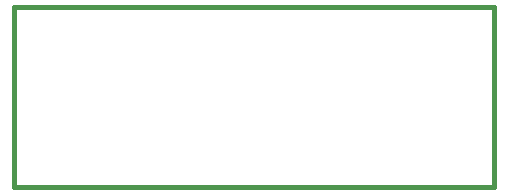
<source format=gbr>
G04 (created by PCBNEW-RS274X (2012-apr-16-27)-stable) date Sun 05 Jan 2014 06:44:37 PM EST*
G01*
G70*
G90*
%MOIN*%
G04 Gerber Fmt 3.4, Leading zero omitted, Abs format*
%FSLAX34Y34*%
G04 APERTURE LIST*
%ADD10C,0.006000*%
%ADD11C,0.015000*%
G04 APERTURE END LIST*
G54D10*
G54D11*
X76000Y-30000D02*
X60000Y-30000D01*
X60000Y-24000D02*
X76000Y-24000D01*
X76000Y-24000D02*
X76000Y-30000D01*
X60000Y-30000D02*
X60000Y-24000D01*
M02*

</source>
